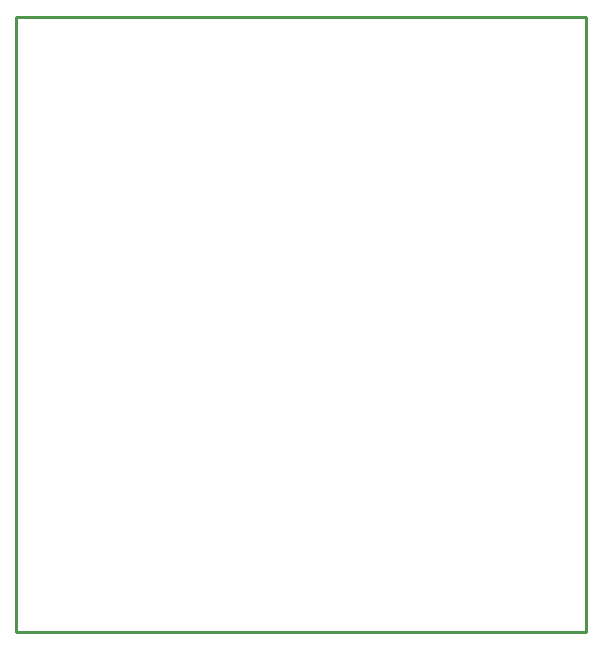
<source format=gm1>
G04 #@! TF.FileFunction,Profile,NP*
%FSLAX46Y46*%
G04 Gerber Fmt 4.6, Leading zero omitted, Abs format (unit mm)*
G04 Created by KiCad (PCBNEW 4.0.4-stable) date Sunday, November 27, 2016 'PMt' 03:20:47 PM*
%MOMM*%
%LPD*%
G01*
G04 APERTURE LIST*
%ADD10C,0.100000*%
%ADD11C,0.254000*%
G04 APERTURE END LIST*
D10*
D11*
X48260000Y52070000D02*
X48260000Y0D01*
X0Y52070000D02*
X48260000Y52070000D01*
X0Y0D02*
X0Y52070000D01*
X0Y0D02*
X48260000Y0D01*
M02*

</source>
